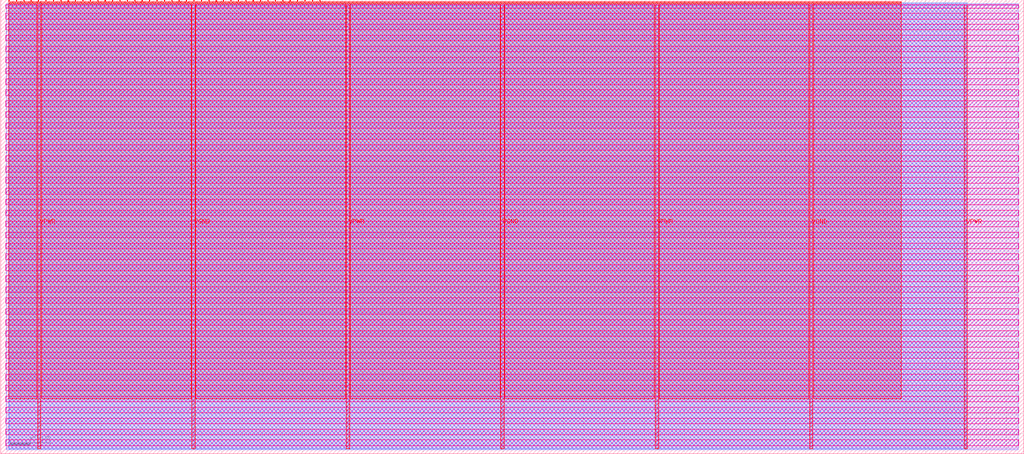
<source format=lef>
VERSION 5.7 ;
  NOWIREEXTENSIONATPIN ON ;
  DIVIDERCHAR "/" ;
  BUSBITCHARS "[]" ;
MACRO tt_um_neurocore
  CLASS BLOCK ;
  FOREIGN tt_um_neurocore ;
  ORIGIN 0.000 0.000 ;
  SIZE 508.760 BY 225.760 ;
  PIN VGND
    DIRECTION INOUT ;
    USE GROUND ;
    PORT
      LAYER met4 ;
        RECT 95.080 2.480 96.680 223.280 ;
    END
    PORT
      LAYER met4 ;
        RECT 248.680 2.480 250.280 223.280 ;
    END
    PORT
      LAYER met4 ;
        RECT 402.280 2.480 403.880 223.280 ;
    END
  END VGND
  PIN VPWR
    DIRECTION INOUT ;
    USE POWER ;
    PORT
      LAYER met4 ;
        RECT 18.280 2.480 19.880 223.280 ;
    END
    PORT
      LAYER met4 ;
        RECT 171.880 2.480 173.480 223.280 ;
    END
    PORT
      LAYER met4 ;
        RECT 325.480 2.480 327.080 223.280 ;
    END
    PORT
      LAYER met4 ;
        RECT 479.080 2.480 480.680 223.280 ;
    END
  END VPWR
  PIN clk
    DIRECTION INPUT ;
    USE SIGNAL ;
    ANTENNAGATEAREA 0.852000 ;
    PORT
      LAYER met4 ;
        RECT 154.870 224.760 155.170 225.760 ;
    END
  END clk
  PIN ena
    DIRECTION INPUT ;
    USE SIGNAL ;
    PORT
      LAYER met4 ;
        RECT 158.550 224.760 158.850 225.760 ;
    END
  END ena
  PIN rst_n
    DIRECTION INPUT ;
    USE SIGNAL ;
    ANTENNAGATEAREA 0.159000 ;
    PORT
      LAYER met4 ;
        RECT 151.190 224.760 151.490 225.760 ;
    END
  END rst_n
  PIN ui_in[0]
    DIRECTION INPUT ;
    USE SIGNAL ;
    ANTENNAGATEAREA 0.213000 ;
    PORT
      LAYER met4 ;
        RECT 147.510 224.760 147.810 225.760 ;
    END
  END ui_in[0]
  PIN ui_in[1]
    DIRECTION INPUT ;
    USE SIGNAL ;
    PORT
      LAYER met4 ;
        RECT 143.830 224.760 144.130 225.760 ;
    END
  END ui_in[1]
  PIN ui_in[2]
    DIRECTION INPUT ;
    USE SIGNAL ;
    PORT
      LAYER met4 ;
        RECT 140.150 224.760 140.450 225.760 ;
    END
  END ui_in[2]
  PIN ui_in[3]
    DIRECTION INPUT ;
    USE SIGNAL ;
    PORT
      LAYER met4 ;
        RECT 136.470 224.760 136.770 225.760 ;
    END
  END ui_in[3]
  PIN ui_in[4]
    DIRECTION INPUT ;
    USE SIGNAL ;
    PORT
      LAYER met4 ;
        RECT 132.790 224.760 133.090 225.760 ;
    END
  END ui_in[4]
  PIN ui_in[5]
    DIRECTION INPUT ;
    USE SIGNAL ;
    PORT
      LAYER met4 ;
        RECT 129.110 224.760 129.410 225.760 ;
    END
  END ui_in[5]
  PIN ui_in[6]
    DIRECTION INPUT ;
    USE SIGNAL ;
    PORT
      LAYER met4 ;
        RECT 125.430 224.760 125.730 225.760 ;
    END
  END ui_in[6]
  PIN ui_in[7]
    DIRECTION INPUT ;
    USE SIGNAL ;
    PORT
      LAYER met4 ;
        RECT 121.750 224.760 122.050 225.760 ;
    END
  END ui_in[7]
  PIN uio_in[0]
    DIRECTION INPUT ;
    USE SIGNAL ;
    PORT
      LAYER met4 ;
        RECT 118.070 224.760 118.370 225.760 ;
    END
  END uio_in[0]
  PIN uio_in[1]
    DIRECTION INPUT ;
    USE SIGNAL ;
    PORT
      LAYER met4 ;
        RECT 114.390 224.760 114.690 225.760 ;
    END
  END uio_in[1]
  PIN uio_in[2]
    DIRECTION INPUT ;
    USE SIGNAL ;
    PORT
      LAYER met4 ;
        RECT 110.710 224.760 111.010 225.760 ;
    END
  END uio_in[2]
  PIN uio_in[3]
    DIRECTION INPUT ;
    USE SIGNAL ;
    PORT
      LAYER met4 ;
        RECT 107.030 224.760 107.330 225.760 ;
    END
  END uio_in[3]
  PIN uio_in[4]
    DIRECTION INPUT ;
    USE SIGNAL ;
    PORT
      LAYER met4 ;
        RECT 103.350 224.760 103.650 225.760 ;
    END
  END uio_in[4]
  PIN uio_in[5]
    DIRECTION INPUT ;
    USE SIGNAL ;
    PORT
      LAYER met4 ;
        RECT 99.670 224.760 99.970 225.760 ;
    END
  END uio_in[5]
  PIN uio_in[6]
    DIRECTION INPUT ;
    USE SIGNAL ;
    PORT
      LAYER met4 ;
        RECT 95.990 224.760 96.290 225.760 ;
    END
  END uio_in[6]
  PIN uio_in[7]
    DIRECTION INPUT ;
    USE SIGNAL ;
    PORT
      LAYER met4 ;
        RECT 92.310 224.760 92.610 225.760 ;
    END
  END uio_in[7]
  PIN uio_oe[0]
    DIRECTION OUTPUT TRISTATE ;
    USE SIGNAL ;
    PORT
      LAYER met4 ;
        RECT 29.750 224.760 30.050 225.760 ;
    END
  END uio_oe[0]
  PIN uio_oe[1]
    DIRECTION OUTPUT TRISTATE ;
    USE SIGNAL ;
    PORT
      LAYER met4 ;
        RECT 26.070 224.760 26.370 225.760 ;
    END
  END uio_oe[1]
  PIN uio_oe[2]
    DIRECTION OUTPUT TRISTATE ;
    USE SIGNAL ;
    PORT
      LAYER met4 ;
        RECT 22.390 224.760 22.690 225.760 ;
    END
  END uio_oe[2]
  PIN uio_oe[3]
    DIRECTION OUTPUT TRISTATE ;
    USE SIGNAL ;
    PORT
      LAYER met4 ;
        RECT 18.710 224.760 19.010 225.760 ;
    END
  END uio_oe[3]
  PIN uio_oe[4]
    DIRECTION OUTPUT TRISTATE ;
    USE SIGNAL ;
    PORT
      LAYER met4 ;
        RECT 15.030 224.760 15.330 225.760 ;
    END
  END uio_oe[4]
  PIN uio_oe[5]
    DIRECTION OUTPUT TRISTATE ;
    USE SIGNAL ;
    PORT
      LAYER met4 ;
        RECT 11.350 224.760 11.650 225.760 ;
    END
  END uio_oe[5]
  PIN uio_oe[6]
    DIRECTION OUTPUT TRISTATE ;
    USE SIGNAL ;
    PORT
      LAYER met4 ;
        RECT 7.670 224.760 7.970 225.760 ;
    END
  END uio_oe[6]
  PIN uio_oe[7]
    DIRECTION OUTPUT TRISTATE ;
    USE SIGNAL ;
    PORT
      LAYER met4 ;
        RECT 3.990 224.760 4.290 225.760 ;
    END
  END uio_oe[7]
  PIN uio_out[0]
    DIRECTION OUTPUT TRISTATE ;
    USE SIGNAL ;
    ANTENNADIFFAREA 0.795200 ;
    PORT
      LAYER met4 ;
        RECT 59.190 224.760 59.490 225.760 ;
    END
  END uio_out[0]
  PIN uio_out[1]
    DIRECTION OUTPUT TRISTATE ;
    USE SIGNAL ;
    ANTENNADIFFAREA 0.795200 ;
    PORT
      LAYER met4 ;
        RECT 55.510 224.760 55.810 225.760 ;
    END
  END uio_out[1]
  PIN uio_out[2]
    DIRECTION OUTPUT TRISTATE ;
    USE SIGNAL ;
    ANTENNAGATEAREA 1.741500 ;
    ANTENNADIFFAREA 0.891000 ;
    PORT
      LAYER met4 ;
        RECT 51.830 224.760 52.130 225.760 ;
    END
  END uio_out[2]
  PIN uio_out[3]
    DIRECTION OUTPUT TRISTATE ;
    USE SIGNAL ;
    ANTENNAGATEAREA 1.624500 ;
    ANTENNADIFFAREA 0.891000 ;
    PORT
      LAYER met4 ;
        RECT 48.150 224.760 48.450 225.760 ;
    END
  END uio_out[3]
  PIN uio_out[4]
    DIRECTION OUTPUT TRISTATE ;
    USE SIGNAL ;
    ANTENNAGATEAREA 1.858500 ;
    ANTENNADIFFAREA 0.891000 ;
    PORT
      LAYER met4 ;
        RECT 44.470 224.760 44.770 225.760 ;
    END
  END uio_out[4]
  PIN uio_out[5]
    DIRECTION OUTPUT TRISTATE ;
    USE SIGNAL ;
    ANTENNAGATEAREA 1.620000 ;
    ANTENNADIFFAREA 0.891000 ;
    PORT
      LAYER met4 ;
        RECT 40.790 224.760 41.090 225.760 ;
    END
  END uio_out[5]
  PIN uio_out[6]
    DIRECTION OUTPUT TRISTATE ;
    USE SIGNAL ;
    ANTENNADIFFAREA 0.795200 ;
    PORT
      LAYER met4 ;
        RECT 37.110 224.760 37.410 225.760 ;
    END
  END uio_out[6]
  PIN uio_out[7]
    DIRECTION OUTPUT TRISTATE ;
    USE SIGNAL ;
    ANTENNADIFFAREA 0.795200 ;
    PORT
      LAYER met4 ;
        RECT 33.430 224.760 33.730 225.760 ;
    END
  END uio_out[7]
  PIN uo_out[0]
    DIRECTION OUTPUT TRISTATE ;
    USE SIGNAL ;
    ANTENNADIFFAREA 0.795200 ;
    PORT
      LAYER met4 ;
        RECT 88.630 224.760 88.930 225.760 ;
    END
  END uo_out[0]
  PIN uo_out[1]
    DIRECTION OUTPUT TRISTATE ;
    USE SIGNAL ;
    PORT
      LAYER met4 ;
        RECT 84.950 224.760 85.250 225.760 ;
    END
  END uo_out[1]
  PIN uo_out[2]
    DIRECTION OUTPUT TRISTATE ;
    USE SIGNAL ;
    PORT
      LAYER met4 ;
        RECT 81.270 224.760 81.570 225.760 ;
    END
  END uo_out[2]
  PIN uo_out[3]
    DIRECTION OUTPUT TRISTATE ;
    USE SIGNAL ;
    PORT
      LAYER met4 ;
        RECT 77.590 224.760 77.890 225.760 ;
    END
  END uo_out[3]
  PIN uo_out[4]
    DIRECTION OUTPUT TRISTATE ;
    USE SIGNAL ;
    PORT
      LAYER met4 ;
        RECT 73.910 224.760 74.210 225.760 ;
    END
  END uo_out[4]
  PIN uo_out[5]
    DIRECTION OUTPUT TRISTATE ;
    USE SIGNAL ;
    PORT
      LAYER met4 ;
        RECT 70.230 224.760 70.530 225.760 ;
    END
  END uo_out[5]
  PIN uo_out[6]
    DIRECTION OUTPUT TRISTATE ;
    USE SIGNAL ;
    PORT
      LAYER met4 ;
        RECT 66.550 224.760 66.850 225.760 ;
    END
  END uo_out[6]
  PIN uo_out[7]
    DIRECTION OUTPUT TRISTATE ;
    USE SIGNAL ;
    PORT
      LAYER met4 ;
        RECT 62.870 224.760 63.170 225.760 ;
    END
  END uo_out[7]
  OBS
      LAYER nwell ;
        RECT 2.570 221.625 506.190 223.230 ;
        RECT 2.570 216.185 506.190 219.015 ;
        RECT 2.570 210.745 506.190 213.575 ;
        RECT 2.570 205.305 506.190 208.135 ;
        RECT 2.570 199.865 506.190 202.695 ;
        RECT 2.570 194.425 506.190 197.255 ;
        RECT 2.570 188.985 506.190 191.815 ;
        RECT 2.570 183.545 506.190 186.375 ;
        RECT 2.570 178.105 506.190 180.935 ;
        RECT 2.570 172.665 506.190 175.495 ;
        RECT 2.570 167.225 506.190 170.055 ;
        RECT 2.570 161.785 506.190 164.615 ;
        RECT 2.570 156.345 506.190 159.175 ;
        RECT 2.570 150.905 506.190 153.735 ;
        RECT 2.570 145.465 506.190 148.295 ;
        RECT 2.570 140.025 506.190 142.855 ;
        RECT 2.570 134.585 506.190 137.415 ;
        RECT 2.570 129.145 506.190 131.975 ;
        RECT 2.570 123.705 506.190 126.535 ;
        RECT 2.570 118.265 506.190 121.095 ;
        RECT 2.570 112.825 506.190 115.655 ;
        RECT 2.570 107.385 506.190 110.215 ;
        RECT 2.570 101.945 506.190 104.775 ;
        RECT 2.570 96.505 506.190 99.335 ;
        RECT 2.570 91.065 506.190 93.895 ;
        RECT 2.570 85.625 506.190 88.455 ;
        RECT 2.570 80.185 506.190 83.015 ;
        RECT 2.570 74.745 506.190 77.575 ;
        RECT 2.570 69.305 506.190 72.135 ;
        RECT 2.570 63.865 506.190 66.695 ;
        RECT 2.570 58.425 506.190 61.255 ;
        RECT 2.570 52.985 506.190 55.815 ;
        RECT 2.570 47.545 506.190 50.375 ;
        RECT 2.570 42.105 506.190 44.935 ;
        RECT 2.570 36.665 506.190 39.495 ;
        RECT 2.570 31.225 506.190 34.055 ;
        RECT 2.570 25.785 506.190 28.615 ;
        RECT 2.570 20.345 506.190 23.175 ;
        RECT 2.570 14.905 506.190 17.735 ;
        RECT 2.570 9.465 506.190 12.295 ;
        RECT 2.570 4.025 506.190 6.855 ;
      LAYER li1 ;
        RECT 2.760 2.635 506.000 223.125 ;
      LAYER met1 ;
        RECT 2.760 2.080 506.000 223.680 ;
      LAYER met2 ;
        RECT 4.230 2.050 480.650 224.245 ;
      LAYER met3 ;
        RECT 3.950 2.555 480.670 224.225 ;
      LAYER met4 ;
        RECT 4.690 224.360 7.270 224.760 ;
        RECT 8.370 224.360 10.950 224.760 ;
        RECT 12.050 224.360 14.630 224.760 ;
        RECT 15.730 224.360 18.310 224.760 ;
        RECT 19.410 224.360 21.990 224.760 ;
        RECT 23.090 224.360 25.670 224.760 ;
        RECT 26.770 224.360 29.350 224.760 ;
        RECT 30.450 224.360 33.030 224.760 ;
        RECT 34.130 224.360 36.710 224.760 ;
        RECT 37.810 224.360 40.390 224.760 ;
        RECT 41.490 224.360 44.070 224.760 ;
        RECT 45.170 224.360 47.750 224.760 ;
        RECT 48.850 224.360 51.430 224.760 ;
        RECT 52.530 224.360 55.110 224.760 ;
        RECT 56.210 224.360 58.790 224.760 ;
        RECT 59.890 224.360 62.470 224.760 ;
        RECT 63.570 224.360 66.150 224.760 ;
        RECT 67.250 224.360 69.830 224.760 ;
        RECT 70.930 224.360 73.510 224.760 ;
        RECT 74.610 224.360 77.190 224.760 ;
        RECT 78.290 224.360 80.870 224.760 ;
        RECT 81.970 224.360 84.550 224.760 ;
        RECT 85.650 224.360 88.230 224.760 ;
        RECT 89.330 224.360 91.910 224.760 ;
        RECT 93.010 224.360 95.590 224.760 ;
        RECT 96.690 224.360 99.270 224.760 ;
        RECT 100.370 224.360 102.950 224.760 ;
        RECT 104.050 224.360 106.630 224.760 ;
        RECT 107.730 224.360 110.310 224.760 ;
        RECT 111.410 224.360 113.990 224.760 ;
        RECT 115.090 224.360 117.670 224.760 ;
        RECT 118.770 224.360 121.350 224.760 ;
        RECT 122.450 224.360 125.030 224.760 ;
        RECT 126.130 224.360 128.710 224.760 ;
        RECT 129.810 224.360 132.390 224.760 ;
        RECT 133.490 224.360 136.070 224.760 ;
        RECT 137.170 224.360 139.750 224.760 ;
        RECT 140.850 224.360 143.430 224.760 ;
        RECT 144.530 224.360 147.110 224.760 ;
        RECT 148.210 224.360 150.790 224.760 ;
        RECT 151.890 224.360 154.470 224.760 ;
        RECT 155.570 224.360 158.150 224.760 ;
        RECT 159.250 224.360 447.745 224.760 ;
        RECT 3.975 223.680 447.745 224.360 ;
        RECT 3.975 27.375 17.880 223.680 ;
        RECT 20.280 27.375 94.680 223.680 ;
        RECT 97.080 27.375 171.480 223.680 ;
        RECT 173.880 27.375 248.280 223.680 ;
        RECT 250.680 27.375 325.080 223.680 ;
        RECT 327.480 27.375 401.880 223.680 ;
        RECT 404.280 27.375 447.745 223.680 ;
  END
END tt_um_neurocore
END LIBRARY


</source>
